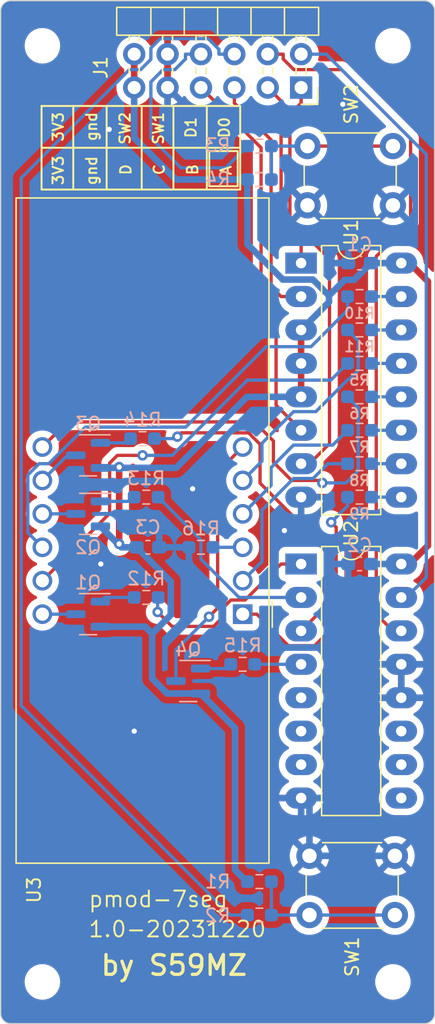
<source format=kicad_pcb>
(kicad_pcb (version 20221018) (generator pcbnew)
  (title_block (title "7-Sement Display PMOD module") (date "2023-12-17") (rev "1.0") (company "S59MZ"))
  (layers (0 "F.Cu" signal) (31 "B.Cu" signal) (34 "B.Paste" user) (35 "F.Paste" user) (36 "B.SilkS" user "B.Silkscreen") (37 "F.SilkS" user "F.Silkscreen") (38 "B.Mask" user) (39 "F.Mask" user) (44 "Edge.Cuts" user))
  (net 0 "")
  (net 1 "+3V3")
  (net 2 "GND")
  (net 3 "/bcd0")
  (net 4 "/dig0")
  (net 5 "/bcd1")
  (net 6 "/dig1")
  (net 7 "/bcd2")
  (net 8 "Net-(J1-Pin_6)")
  (net 9 "/bcd3")
  (net 10 "Net-(J1-Pin_8)")
  (net 11 "Net-(Q1-B)")
  (net 12 "/ca1")
  (net 13 "Net-(Q2-B)")
  (net 14 "/ca2")
  (net 15 "Net-(Q3-B)")
  (net 16 "/ca3")
  (net 17 "Net-(Q4-B)")
  (net 18 "/ca4")
  (net 19 "/btn1")
  (net 20 "/btn2")
  (net 21 "Net-(U3-a)")
  (net 22 "Net-(U1-~{a})")
  (net 23 "Net-(U3-b)")
  (net 24 "Net-(U1-~{b})")
  (net 25 "Net-(U3-c)")
  (net 26 "Net-(U1-~{c})")
  (net 27 "Net-(U3-d)")
  (net 28 "Net-(U1-~{d})")
  (net 29 "Net-(U3-e)")
  (net 30 "Net-(U1-~{e})")
  (net 31 "Net-(U3-f)")
  (net 32 "Net-(U1-~{f})")
  (net 33 "Net-(U3-g)")
  (net 34 "Net-(U1-~{g})")
  (net 35 "/q0")
  (net 36 "/q1")
  (net 37 "/q2")
  (net 38 "/q3")
  (net 45 "Net-(U3-DPX)")
  (footprint "MountingHole:MountingHole_2.2mm_M2" (layer "F.Cu") (at 120.015 47.625)
    (fp_text reference "H1" hide)
    (fp_text value "2")
    (pad "" np_thru_hole circle (at 0 0) (size 2.2 2.2) (drill 2.2) (layers "*.Cu" "*.Mask"))
  )
  (footprint "MountingHole:MountingHole_2.2mm_M2" (layer "F.Cu") (at 146.685 118.745)
    (fp_text reference "H4" hide)
    (fp_text value "2")
    (pad "" np_thru_hole circle (at 0 0) (size 2.2 2.2) (drill 2.2) (layers "*.Cu" "*.Mask"))
  )
  (footprint "Library:PinHeader_2x06_P2.54mm_Horizontal" (layer "F.Cu") (at 139.7 50.8 90)
    (fp_text reference "J1" (at 1.524 -15.24 90) (layer "F.SilkS"))
    (fp_text value "pmod")
    (pad "1" thru_hole rect (at 0 0 90) (size 1.7 1.7) (drill 1) (layers "*.Cu" "*.Mask") (net 3 "/bcd0"))
    (pad "2" thru_hole oval (at 2.54 0 90) (size 1.7 1.7) (drill 1) (layers "*.Cu" "*.Mask") (net 4 "/dig0"))
    (pad "3" thru_hole oval (at 0 -2.54 90) (size 1.7 1.7) (drill 1) (layers "*.Cu" "*.Mask") (net 5 "/bcd1"))
    (pad "4" thru_hole oval (at 2.54 -2.54 90) (size 1.7 1.7) (drill 1) (layers "*.Cu" "*.Mask") (net 6 "/dig1"))
    (pad "5" thru_hole oval (at 0 -5.08 90) (size 1.7 1.7) (drill 1) (layers "*.Cu" "*.Mask") (net 7 "/bcd2"))
    (pad "6" thru_hole oval (at 2.54 -5.08 90) (size 1.7 1.7) (drill 1) (layers "*.Cu" "*.Mask") (net 8 "Net-(J1-Pin_6)"))
    (pad "7" thru_hole oval (at 0 -7.62 90) (size 1.7 1.7) (drill 1) (layers "*.Cu" "*.Mask") (net 9 "/bcd3"))
    (pad "8" thru_hole oval (at 2.54 -7.62 90) (size 1.7 1.7) (drill 1) (layers "*.Cu" "*.Mask") (net 10 "Net-(J1-Pin_8)"))
    (pad "9" thru_hole oval (at 0 -10.16 90) (size 1.7 1.7) (drill 1) (layers "*.Cu" "*.Mask") (net 2 "GND"))
    (pad "10" thru_hole oval (at 2.54 -10.16 90) (size 1.7 1.7) (drill 1) (layers "*.Cu" "*.Mask") (net 2 "GND"))
    (pad "11" thru_hole oval (at 0 -12.7 90) (size 1.7 1.7) (drill 1) (layers "*.Cu" "*.Mask") (net 1 "+3V3"))
    (pad "12" thru_hole oval (at 2.54 -12.7 90) (size 1.7 1.7) (drill 1) (layers "*.Cu" "*.Mask") (net 1 "+3V3"))
  )
  (footprint "Package_DIP:DIP-16_W7.62mm_LongPads" (layer "F.Cu") (at 139.7 64.135)
    (fp_text reference "U1" (at 3.81 -2.33 90) (layer "F.SilkS"))
    (fp_text value "7447")
    (pad "1" thru_hole rect (at 0 0) (size 2.4 1.6) (drill 0.8) (layers "*.Cu" "*.Mask") (net 5 "/bcd1"))
    (pad "2" thru_hole oval (at 0 2.54) (size 2.4 1.6) (drill 0.8) (layers "*.Cu" "*.Mask") (net 7 "/bcd2"))
    (pad "3" thru_hole oval (at 0 5.08) (size 2.4 1.6) (drill 0.8) (layers "*.Cu" "*.Mask") (net 1 "+3V3"))
    (pad "4" thru_hole oval (at 0 7.62) (size 2.4 1.6) (drill 0.8) (layers "*.Cu" "*.Mask") (net 1 "+3V3"))
    (pad "5" thru_hole oval (at 0 10.16) (size 2.4 1.6) (drill 0.8) (layers "*.Cu" "*.Mask") (net 1 "+3V3"))
    (pad "6" thru_hole oval (at 0 12.7) (size 2.4 1.6) (drill 0.8) (layers "*.Cu" "*.Mask") (net 9 "/bcd3"))
    (pad "7" thru_hole oval (at 0 15.24) (size 2.4 1.6) (drill 0.8) (layers "*.Cu" "*.Mask") (net 3 "/bcd0"))
    (pad "8" thru_hole oval (at 0 17.78) (size 2.4 1.6) (drill 0.8) (layers "*.Cu" "*.Mask") (net 2 "GND"))
    (pad "9" thru_hole oval (at 7.62 17.78) (size 2.4 1.6) (drill 0.8) (layers "*.Cu" "*.Mask") (net 30 "Net-(U1-~{e})"))
    (pad "10" thru_hole oval (at 7.62 15.24) (size 2.4 1.6) (drill 0.8) (layers "*.Cu" "*.Mask") (net 28 "Net-(U1-~{d})"))
    (pad "11" thru_hole oval (at 7.62 12.7) (size 2.4 1.6) (drill 0.8) (layers "*.Cu" "*.Mask") (net 26 "Net-(U1-~{c})"))
    (pad "12" thru_hole oval (at 7.62 10.16) (size 2.4 1.6) (drill 0.8) (layers "*.Cu" "*.Mask") (net 24 "Net-(U1-~{b})"))
    (pad "13" thru_hole oval (at 7.62 7.62) (size 2.4 1.6) (drill 0.8) (layers "*.Cu" "*.Mask") (net 22 "Net-(U1-~{a})"))
    (pad "14" thru_hole oval (at 7.62 5.08) (size 2.4 1.6) (drill 0.8) (layers "*.Cu" "*.Mask") (net 34 "Net-(U1-~{g})"))
    (pad "15" thru_hole oval (at 7.62 2.54) (size 2.4 1.6) (drill 0.8) (layers "*.Cu" "*.Mask") (net 32 "Net-(U1-~{f})"))
    (pad "16" thru_hole oval (at 7.62 0) (size 2.4 1.6) (drill 0.8) (layers "*.Cu" "*.Mask") (net 1 "+3V3"))
  )
  (footprint "Display_7Segment:CA56-12CGKWA" (layer "F.Cu") (at 135.255 90.805 180)
    (fp_text reference "U3" (at 15.875 -20.955 90) (layer "F.SilkS"))
    (fp_text value "CA56-12CGKWA")
    (pad "1" thru_hole rect (at 0 0 180) (size 1.5 1.5) (drill 1) (layers "*.Cu" "*.Mask") (net 29 "Net-(U3-e)"))
    (pad "2" thru_hole circle (at 0 2.54 180) (size 1.5 1.5) (drill 1) (layers "*.Cu" "*.Mask") (net 27 "Net-(U3-d)"))
    (pad "3" thru_hole circle (at 0 5.08 180) (size 1.5 1.5) (drill 1) (layers "*.Cu" "*.Mask") (net 45 "Net-(U3-DPX)"))
    (pad "4" thru_hole circle (at 0 7.62 180) (size 1.5 1.5) (drill 1) (layers "*.Cu" "*.Mask") (net 25 "Net-(U3-c)"))
    (pad "5" thru_hole circle (at 0 10.16 180) (size 1.5 1.5) (drill 1) (layers "*.Cu" "*.Mask") (net 33 "Net-(U3-g)"))
    (pad "6" thru_hole circle (at 0 12.7 180) (size 1.5 1.5) (drill 1) (layers "*.Cu" "*.Mask") (net 18 "/ca4"))
    (pad "7" thru_hole circle (at 15.24 12.7 180) (size 1.5 1.5) (drill 1) (layers "*.Cu" "*.Mask") (net 23 "Net-(U3-b)"))
    (pad "8" thru_hole circle (at 15.24 10.16 180) (size 1.5 1.5) (drill 1) (layers "*.Cu" "*.Mask") (net 16 "/ca3"))
    (pad "9" thru_hole circle (at 15.24 7.62 180) (size 1.5 1.5) (drill 1) (layers "*.Cu" "*.Mask") (net 14 "/ca2"))
    (pad "10" thru_hole circle (at 15.24 5.08 180) (size 1.5 1.5) (drill 1) (layers "*.Cu" "*.Mask") (net 31 "Net-(U3-f)"))
    (pad "11" thru_hole circle (at 15.24 2.54 180) (size 1.5 1.5) (drill 1) (layers "*.Cu" "*.Mask") (net 21 "Net-(U3-a)"))
    (pad "12" thru_hole circle (at 15.24 0 180) (size 1.5 1.5) (drill 1) (layers "*.Cu" "*.Mask") (net 12 "/ca1"))
  )
  (footprint "Button_Switch_THT:SW_PUSH_6mm" (layer "F.Cu") (at 140.185 55.245)
    (fp_text reference "SW2" (at 3.325 -3.175 90) (layer "F.SilkS"))
    (fp_text value "BTN2")
    (pad "1" thru_hole circle (at 0 0 90) (size 2 2) (drill 1.1) (layers "*.Cu" "*.Mask") (net 20 "/btn2"))
    (pad "1" thru_hole circle (at 6.5 0 90) (size 2 2) (drill 1.1) (layers "*.Cu" "*.Mask") (net 20 "/btn2"))
    (pad "2" thru_hole circle (at 0 4.5 90) (size 2 2) (drill 1.1) (layers "*.Cu" "*.Mask") (net 2 "GND"))
    (pad "2" thru_hole circle (at 6.5 4.5 90) (size 2 2) (drill 1.1) (layers "*.Cu" "*.Mask") (net 2 "GND"))
  )
  (footprint "Button_Switch_THT:SW_PUSH_6mm" (layer "F.Cu") (at 146.835 113.665 180)
    (fp_text reference "SW1" (at 3.25 -3.175 90) (layer "F.SilkS"))
    (fp_text value "BTN1")
    (pad "1" thru_hole circle (at 0 0 270) (size 2 2) (drill 1.1) (layers "*.Cu" "*.Mask") (net 19 "/btn1"))
    (pad "1" thru_hole circle (at 6.5 0 270) (size 2 2) (drill 1.1) (layers "*.Cu" "*.Mask") (net 19 "/btn1"))
    (pad "2" thru_hole circle (at 0 4.5 270) (size 2 2) (drill 1.1) (layers "*.Cu" "*.Mask") (net 2 "GND"))
    (pad "2" thru_hole circle (at 6.5 4.5 270) (size 2 2) (drill 1.1) (layers "*.Cu" "*.Mask") (net 2 "GND"))
  )
  (footprint "MountingHole:MountingHole_2.2mm_M2" (layer "F.Cu") (at 120.015 118.745)
    (fp_text reference "H3" hide)
    (fp_text value "2")
    (pad "" np_thru_hole circle (at 0 0) (size 2.2 2.2) (drill 2.2) (layers "*.Cu" "*.Mask"))
  )
  (footprint "Package_DIP:DIP-16_W7.62mm_LongPads" (layer "F.Cu") (at 139.7 86.995)
    (fp_text reference "U2" (at 3.81 -2.33 90) (layer "F.SilkS"))
    (fp_text value "7442")
    (pad "1" thru_hole rect (at 0 0) (size 2.4 1.6) (drill 0.8) (layers "*.Cu" "*.Mask") (net 35 "/q0"))
    (pad "2" thru_hole oval (at 0 2.54) (size 2.4 1.6) (drill 0.8) (layers "*.Cu" "*.Mask") (net 36 "/q1"))
    (pad "3" thru_hole oval (at 0 5.08) (size 2.4 1.6) (drill 0.8) (layers "*.Cu" "*.Mask") (net 37 "/q2"))
    (pad "4" thru_hole oval (at 0 7.62) (size 2.4 1.6) (drill 0.8) (layers "*.Cu" "*.Mask") (net 38 "/q3"))
    (pad "5" thru_hole oval (at 0 10.16) (size 2.4 1.6) (drill 0.8) (layers "*.Cu" "*.Mask"))
    (pad "6" thru_hole oval (at 0 12.7) (size 2.4 1.6) (drill 0.8) (layers "*.Cu" "*.Mask"))
    (pad "7" thru_hole oval (at 0 15.24) (size 2.4 1.6) (drill 0.8) (layers "*.Cu" "*.Mask"))
    (pad "8" thru_hole oval (at 0 17.78) (size 2.4 1.6) (drill 0.8) (layers "*.Cu" "*.Mask") (net 2 "GND"))
    (pad "9" thru_hole oval (at 7.62 17.78) (size 2.4 1.6) (drill 0.8) (layers "*.Cu" "*.Mask"))
    (pad "10" thru_hole oval (at 7.62 15.24) (size 2.4 1.6) (drill 0.8) (layers "*.Cu" "*.Mask"))
    (pad "11" thru_hole oval (at 7.62 12.7) (size 2.4 1.6) (drill 0.8) (layers "*.Cu" "*.Mask"))
    (pad "12" thru_hole oval (at 7.62 10.16) (size 2.4 1.6) (drill 0.8) (layers "*.Cu" "*.Mask") (net 2 "GND"))
    (pad "13" thru_hole oval (at 7.62 7.62) (size 2.4 1.6) (drill 0.8) (layers "*.Cu" "*.Mask") (net 2 "GND"))
    (pad "14" thru_hole oval (at 7.62 5.08) (size 2.4 1.6) (drill 0.8) (layers "*.Cu" "*.Mask") (net 6 "/dig1"))
    (pad "15" thru_hole oval (at 7.62 2.54) (size 2.4 1.6) (drill 0.8) (layers "*.Cu" "*.Mask") (net 4 "/dig0"))
    (pad "16" thru_hole oval (at 7.62 0) (size 2.4 1.6) (drill 0.8) (layers "*.Cu" "*.Mask") (net 1 "+3V3"))
  )
  (footprint "MountingHole:MountingHole_2.2mm_M2" (layer "F.Cu") (at 146.685 47.625)
    (fp_text reference "H2" hide)
    (fp_text value "2")
    (pad "" np_thru_hole circle (at 0 0) (size 2.2 2.2) (drill 2.2) (layers "*.Cu" "*.Mask"))
  )
  (footprint "Resistor_SMD:R_0603_1608Metric_Pad0.98x0.95mm_HandSolder" (layer "B.Cu") (at 144.145 71.755)
    (fp_text reference "R5" (at 0 1.27) (layer "B.SilkS") (effects (font (size 0.8 0.8)) (justify mirror)))
    (fp_text value "100")
    (pad "1" smd roundrect (at -0.9125 0) (size 0.975 0.95) (layers "B.Cu" "B.Paste" "B.Mask") (net 21 "Net-(U3-a)"))
    (pad "2" smd roundrect (at 0.9125 0) (size 0.975 0.95) (layers "B.Cu" "B.Paste" "B.Mask") (net 22 "Net-(U1-~{a})"))
  )
  (footprint "Resistor_SMD:R_0603_1608Metric_Pad0.98x0.95mm_HandSolder" (layer "B.Cu") (at 136.525 55.245)
    (fp_text reference "R3" (at -3.175 -0.06) (layer "B.SilkS") (effects (justify mirror)))
    (fp_text value "4k7")
    (pad "1" smd roundrect (at -0.9125 0) (size 0.975 0.95) (layers "B.Cu" "B.Paste" "B.Mask") (net 10 "Net-(J1-Pin_8)"))
    (pad "2" smd roundrect (at 0.9125 0) (size 0.975 0.95) (layers "B.Cu" "B.Paste" "B.Mask") (net 20 "/btn2"))
  )
  (footprint "Resistor_SMD:R_0603_1608Metric_Pad0.98x0.95mm_HandSolder" (layer "B.Cu") (at 136.525 113.665)
    (fp_text reference "R2" (at -3.175 0.03) (layer "B.SilkS") (effects (justify mirror)))
    (fp_text value "4k7")
    (pad "1" smd roundrect (at -0.9125 0) (size 0.975 0.95) (layers "B.Cu" "B.Paste" "B.Mask") (net 8 "Net-(J1-Pin_6)"))
    (pad "2" smd roundrect (at 0.9125 0) (size 0.975 0.95) (layers "B.Cu" "B.Paste" "B.Mask") (net 19 "/btn1"))
  )
  (footprint "Resistor_SMD:R_0603_1608Metric_Pad0.98x0.95mm_HandSolder" (layer "B.Cu") (at 144.145 76.835)
    (fp_text reference "R7" (at 0 1.27) (layer "B.SilkS") (effects (font (size 0.8 0.8)) (justify mirror)))
    (fp_text value "100")
    (pad "1" smd roundrect (at -0.9125 0) (size 0.975 0.95) (layers "B.Cu" "B.Paste" "B.Mask") (net 25 "Net-(U3-c)"))
    (pad "2" smd roundrect (at 0.9125 0) (size 0.975 0.95) (layers "B.Cu" "B.Paste" "B.Mask") (net 26 "Net-(U1-~{c})"))
  )
  (footprint "Package_TO_SOT_SMD:SOT-23" (layer "B.Cu") (at 131.1125 95.885 180)
    (fp_text reference "Q4" (at 0 2.4) (layer "B.SilkS") (effects (justify mirror)))
    (fp_text value "MMBT3906")
    (pad "1" smd roundrect (at -0.9375 0.95 180) (size 1.475 0.6) (layers "B.Cu" "B.Paste" "B.Mask") (net 17 "Net-(Q4-B)"))
    (pad "2" smd roundrect (at -0.9375 -0.95 180) (size 1.475 0.6) (layers "B.Cu" "B.Paste" "B.Mask") (net 1 "+3V3"))
    (pad "3" smd roundrect (at 0.9375 0 180) (size 1.475 0.6) (layers "B.Cu" "B.Paste" "B.Mask") (net 18 "/ca4"))
  )
  (footprint "Resistor_SMD:R_0603_1608Metric_Pad0.98x0.95mm_HandSolder" (layer "B.Cu") (at 127.9125 81.915 180)
    (fp_text reference "R13" (at 0 1.43) (layer "B.SilkS") (effects (justify mirror)))
    (fp_text value "1k")
    (pad "1" smd roundrect (at -0.9125 0 180) (size 0.975 0.95) (layers "B.Cu" "B.Paste" "B.Mask") (net 36 "/q1"))
    (pad "2" smd roundrect (at 0.9125 0 180) (size 0.975 0.95) (layers "B.Cu" "B.Paste" "B.Mask") (net 13 "Net-(Q2-B)"))
  )
  (footprint "Resistor_SMD:R_0603_1608Metric_Pad0.98x0.95mm_HandSolder" (layer "B.Cu") (at 144.145 66.675)
    (fp_text reference "R10" (at 0 1.27) (layer "B.SilkS") (effects (font (size 0.8 0.8)) (justify mirror)))
    (fp_text value "100")
    (pad "1" smd roundrect (at -0.9125 0) (size 0.975 0.95) (layers "B.Cu" "B.Paste" "B.Mask") (net 31 "Net-(U3-f)"))
    (pad "2" smd roundrect (at 0.9125 0) (size 0.975 0.95) (layers "B.Cu" "B.Paste" "B.Mask") (net 32 "Net-(U1-~{f})"))
  )
  (footprint "Resistor_SMD:R_0603_1608Metric_Pad0.98x0.95mm_HandSolder" (layer "B.Cu") (at 127.9125 89.535 180)
    (fp_text reference "R12" (at 0 1.43) (layer "B.SilkS") (effects (justify mirror)))
    (fp_text value "1k")
    (pad "1" smd roundrect (at -0.9125 0 180) (size 0.975 0.95) (layers "B.Cu" "B.Paste" "B.Mask") (net 35 "/q0"))
    (pad "2" smd roundrect (at 0.9125 0 180) (size 0.975 0.95) (layers "B.Cu" "B.Paste" "B.Mask") (net 11 "Net-(Q1-B)"))
  )
  (footprint "Package_TO_SOT_SMD:SOT-23" (layer "B.Cu") (at 123.4925 83.185 180)
    (fp_text reference "Q2" (at 0 -2.54) (layer "B.SilkS") (effects (justify mirror)))
    (fp_text value "MMBT3906")
    (pad "1" smd roundrect (at -0.9375 0.95 180) (size 1.475 0.6) (layers "B.Cu" "B.Paste" "B.Mask") (net 13 "Net-(Q2-B)"))
    (pad "2" smd roundrect (at -0.9375 -0.95 180) (size 1.475 0.6) (layers "B.Cu" "B.Paste" "B.Mask") (net 1 "+3V3"))
    (pad "3" smd roundrect (at 0.9375 0 180) (size 1.475 0.6) (layers "B.Cu" "B.Paste" "B.Mask") (net 14 "/ca2"))
  )
  (footprint "Capacitor_SMD:C_0603_1608Metric_Pad1.08x0.95mm_HandSolder" (layer "B.Cu") (at 144.145 64.135 180)
    (fp_text reference "C1" (at 0 1.43) (layer "B.SilkS") (effects (justify mirror)))
    (fp_text value "100n")
    (pad "1" smd roundrect (at -0.8625 0 180) (size 1.075 0.95) (layers "B.Cu" "B.Paste" "B.Mask") (net 1 "+3V3"))
    (pad "2" smd roundrect (at 0.8625 0 180) (size 1.075 0.95) (layers "B.Cu" "B.Paste" "B.Mask") (net 2 "GND"))
  )
  (footprint "Resistor_SMD:R_0603_1608Metric_Pad0.98x0.95mm_HandSolder" (layer "B.Cu") (at 135.255 94.615 180)
    (fp_text reference "R15" (at 0 1.43) (layer "B.SilkS") (effects (justify mirror)))
    (fp_text value "1k")
    (pad "1" smd roundrect (at -0.9125 0 180) (size 0.975 0.95) (layers "B.Cu" "B.Paste" "B.Mask") (net 38 "/q3"))
    (pad "2" smd roundrect (at 0.9125 0 180) (size 0.975 0.95) (layers "B.Cu" "B.Paste" "B.Mask") (net 17 "Net-(Q4-B)"))
  )
  (footprint "Resistor_SMD:R_0603_1608Metric_Pad0.98x0.95mm_HandSolder" (layer "B.Cu") (at 136.525 111.125)
    (fp_text reference "R1" (at -3.175 0) (layer "B.SilkS") (effects (justify mirror)))
    (fp_text value "4k7")
    (pad "1" smd roundrect (at -0.9125 0) (size 0.975 0.95) (layers "B.Cu" "B.Paste" "B.Mask") (net 1 "+3V3"))
    (pad "2" smd roundrect (at 0.9125 0) (size 0.975 0.95) (layers "B.Cu" "B.Paste" "B.Mask") (net 19 "/btn1"))
  )
  (footprint "Capacitor_SMD:C_0603_1608Metric_Pad1.08x0.95mm_HandSolder" (layer "B.Cu") (at 128.0425 85.725)
    (fp_text reference "C3" (at 0 -1.524) (layer "B.SilkS") (effects (justify mirror)))
    (fp_text value "100n")
    (pad "1" smd roundrect (at -0.8625 0) (size 1.075 0.95) (layers "B.Cu" "B.Paste" "B.Mask") (net 1 "+3V3"))
    (pad "2" smd roundrect (at 0.8625 0) (size 1.075 0.95) (layers "B.Cu" "B.Paste" "B.Mask") (net 2 "GND"))
  )
  (footprint "Package_TO_SOT_SMD:SOT-23" (layer "B.Cu") (at 123.4925 90.805 180)
    (fp_text reference "Q1" (at 0 2.4) (layer "B.SilkS") (effects (justify mirror)))
    (fp_text value "MMBT3906")
    (pad "1" smd roundrect (at -0.9375 0.95 180) (size 1.475 0.6) (layers "B.Cu" "B.Paste" "B.Mask") (net 11 "Net-(Q1-B)"))
    (pad "2" smd roundrect (at -0.9375 -0.95 180) (size 1.475 0.6) (layers "B.Cu" "B.Paste" "B.Mask") (net 1 "+3V3"))
    (pad "3" smd roundrect (at 0.9375 0 180) (size 1.475 0.6) (layers "B.Cu" "B.Paste" "B.Mask") (net 12 "/ca1"))
  )
  (footprint "Resistor_SMD:R_0603_1608Metric_Pad0.98x0.95mm_HandSolder" (layer "B.Cu") (at 127.635 77.47 180)
    (fp_text reference "R14" (at 0 1.43) (layer "B.SilkS") (effects (justify mirror)))
    (fp_text value "1k")
    (pad "1" smd roundrect (at -0.9125 0 180) (size 0.975 0.95) (layers "B.Cu" "B.Paste" "B.Mask") (net 37 "/q2"))
    (pad "2" smd roundrect (at 0.9125 0 180) (size 0.975 0.95) (layers "B.Cu" "B.Paste" "B.Mask") (net 15 "Net-(Q3-B)"))
  )
  (footprint "Resistor_SMD:R_0603_1608Metric_Pad0.98x0.95mm_HandSolder" (layer "B.Cu") (at 144.145 74.295)
    (fp_text reference "R6" (at 0 1.27) (layer "B.SilkS") (effects (font (size 0.8 0.8)) (justify mirror)))
    (fp_text value "100")
    (pad "1" smd roundrect (at -0.9125 0) (size 0.975 0.95) (layers "B.Cu" "B.Paste" "B.Mask") (net 23 "Net-(U3-b)"))
    (pad "2" smd roundrect (at 0.9125 0) (size 0.975 0.95) (layers "B.Cu" "B.Paste" "B.Mask") (net 24 "Net-(U1-~{b})"))
  )
  (footprint "Resistor_SMD:R_0603_1608Metric_Pad0.98x0.95mm_HandSolder" (layer "B.Cu") (at 144.145 69.215)
    (fp_text reference "R11" (at 0 1.27) (layer "B.SilkS") (effects (font (size 0.8 0.8)) (justify mirror)))
    (fp_text value "100")
    (pad "1" smd roundrect (at -0.9125 0) (size 0.975 0.95) (layers "B.Cu" "B.Paste" "B.Mask") (net 33 "Net-(U3-g)"))
    (pad "2" smd roundrect (at 0.9125 0) (size 0.975 0.95) (layers "B.Cu" "B.Paste" "B.Mask") (net 34 "Net-(U1-~{g})"))
  )
  (footprint "Resistor_SMD:R_0603_1608Metric_Pad0.98x0.95mm_HandSolder" (layer "B.Cu") (at 136.525 57.785)
    (fp_text reference "R4" (at -3.175 -0.03) (layer "B.SilkS") (effects (justify mirror)))
    (fp_text value "4k7")
    (pad "1" smd roundrect (at -0.9125 0) (size 0.975 0.95) (layers "B.Cu" "B.Paste" "B.Mask") (net 1 "+3V3"))
    (pad "2" smd roundrect (at 0.9125 0) (size 0.975 0.95) (layers "B.Cu" "B.Paste" "B.Mask") (net 20 "/btn2"))
  )
  (footprint "Resistor_SMD:R_0603_1608Metric_Pad0.98x0.95mm_HandSolder" (layer "B.Cu") (at 144.145 81.915)
    (fp_text reference "R9" (at 0 1.27) (layer "B.SilkS") (effects (font (size 0.8 0.8)) (justify mirror)))
    (fp_text value "100")
    (pad "1" smd roundrect (at -0.9125 0) (size 0.975 0.95) (layers "B.Cu" "B.Paste" "B.Mask") (net 29 "Net-(U3-e)"))
    (pad "2" smd roundrect (at 0.9125 0) (size 0.975 0.95) (layers "B.Cu" "B.Paste" "B.Mask") (net 30 "Net-(U1-~{e})"))
  )
  (footprint "Package_TO_SOT_SMD:SOT-23" (layer "B.Cu") (at 123.4925 78.74 180)
    (fp_text reference "Q3" (at 0 2.4) (layer "B.SilkS") (effects (justify mirror)))
    (fp_text value "MMBT3906")
    (pad "1" smd roundrect (at -0.9375 0.95 180) (size 1.475 0.6) (layers "B.Cu" "B.Paste" "B.Mask") (net 15 "Net-(Q3-B)"))
    (pad "2" smd roundrect (at -0.9375 -0.95 180) (size 1.475 0.6) (layers "B.Cu" "B.Paste" "B.Mask") (net 1 "+3V3"))
    (pad "3" smd roundrect (at 0.9375 0 180) (size 1.475 0.6) (layers "B.Cu" "B.Paste" "B.Mask") (net 16 "/ca3"))
  )
  (footprint "Resistor_SMD:R_0603_1608Metric_Pad0.98x0.95mm_HandSolder" (layer "B.Cu") (at 132.08 85.725 180)
    (fp_text reference "R16" (at 0 1.43) (layer "B.SilkS") (effects (justify mirror)))
    (fp_text value "100")
    (pad "1" smd roundrect (at -0.9125 0 180) (size 0.975 0.95) (layers "B.Cu" "B.Paste" "B.Mask") (net 45 "Net-(U3-DPX)"))
    (pad "2" smd roundrect (at 0.9125 0 180) (size 0.975 0.95) (layers "B.Cu" "B.Paste" "B.Mask") (net 2 "GND"))
  )
  (footprint "Resistor_SMD:R_0603_1608Metric_Pad0.98x0.95mm_HandSolder" (layer "B.Cu") (at 144.145 79.375)
    (fp_text reference "R8" (at 0 1.27) (layer "B.SilkS") (effects (font (size 0.8 0.8)) (justify mirror)))
    (fp_text value "100")
    (pad "1" smd roundrect (at -0.9125 0) (size 0.975 0.95) (layers "B.Cu" "B.Paste" "B.Mask") (net 27 "Net-(U3-d)"))
    (pad "2" smd roundrect (at 0.9125 0) (size 0.975 0.95) (layers "B.Cu" "B.Paste" "B.Mask") (net 28 "Net-(U1-~{d})"))
  )
  (footprint "Capacitor_SMD:C_0603_1608Metric_Pad1.08x0.95mm_HandSolder" (layer "B.Cu") (at 144.145 86.995 180)
    (fp_text reference "C2" (at 0 1.43) (layer "B.SilkS") (effects (justify mirror)))
    (fp_text value "100n")
    (pad "1" smd roundrect (at -0.8625 0 180) (size 1.075 0.95) (layers "B.Cu" "B.Paste" "B.Mask") (net 1 "+3V3"))
    (pad "2" smd roundrect (at 0.8625 0 180) (size 1.075 0.95) (layers "B.Cu" "B.Paste" "B.Mask") (net 2 "GND"))
  )
  (gr_line (start 122.3645 52.197) (end 122.3645 58.547) (stroke (width 0.15)) (layer "F.SilkS"))
  (gr_line (start 129.9845 52.197) (end 129.9845 58.547) (stroke (width 0.15)) (layer "F.SilkS"))
  (gr_rect (start 132.715 55.626) (end 134.874 58.293) (stroke (width 0.15)) (fill none) (layer "F.SilkS"))
  (gr_line (start 132.5245 52.197) (end 132.5245 58.547) (stroke (width 0.15)) (layer "F.SilkS"))
  (gr_line (start 127.5715 52.197) (end 127.5715 58.547) (stroke (width 0.15)) (layer "F.SilkS"))
  (gr_line (start 119.9515 55.372) (end 135.0645 55.372) (stroke (width 0.15)) (layer "F.SilkS"))
  (gr_rect (start 119.9515 52.197) (end 135.0645 58.547) (stroke (width 0.15)) (fill none) (layer "F.SilkS"))
  (gr_line (start 124.9045 52.197) (end 124.9045 58.547) (stroke (width 0.15)) (layer "F.SilkS"))
  (gr_line (start 149.86 121.158) (end 149.86 44.958) (stroke (width 0.1)) (layer "Edge.Cuts"))
  (gr_arc (start 116.84 44.958) (mid 117.063185 44.419185) (end 117.602 44.196) (stroke (width 0.1)) (layer "Edge.Cuts"))
  (gr_arc (start 149.86 121.158) (mid 149.636815 121.696815) (end 149.098 121.92) (stroke (width 0.1)) (layer "Edge.Cuts"))
  (gr_line (start 117.602 121.92) (end 149.098 121.92) (stroke (width 0.1)) (layer "Edge.Cuts"))
  (gr_line (start 116.84 44.958) (end 116.84 121.158) (stroke (width 0.1)) (layer "Edge.Cuts"))
  (gr_arc (start 149.098 44.196) (mid 149.636815 44.419185) (end 149.86 44.958) (stroke (width 0.1)) (layer "Edge.Cuts"))
  (gr_arc (start 117.602 121.92) (mid 117.063185 121.696815) (end 116.84 121.158) (stroke (width 0.1)) (layer "Edge.Cuts"))
  (gr_line (start 149.098 44.196) (end 117.602 44.196) (stroke (width 0.1)) (layer "Edge.Cuts"))
  (gr_text "B" (at 131.445 57.531 90) (layer "F.SilkS") (effects (font (size 0.8 0.8)) (justify left)))
  (gr_text "SW2" (at 126.3015 52.578 90) (layer "F.SilkS") (effects (font (size 0.8 0.8)) (justify right)))
  (gr_text "gnd" (at 123.7615 52.578 90) (layer "F.SilkS") (effects (font (size 0.8 0.8)) (justify right)))
  (gr_text "C" (at 128.905 57.531 90) (layer "F.SilkS") (effects (font (size 0.8 0.8)) (justify left)))
  (gr_text "1.0-20231220" (at 123.444 115.443) (layer "F.SilkS") (effects (font (size 1.2 1.2)) (justify left bottom)))
  (gr_text "pmod-7seg" (at 123.444 113.157) (layer "F.SilkS") (effects (font (size 1.2 1.2)) (justify left bottom)))
  (gr_text "3V3" (at 121.2215 58.293 90) (layer "F.SilkS") (effects (font (size 0.8 0.8)) (justify left)))
  (gr_text "A" (at 133.985 57.531 90) (layer "F.SilkS") (effects (font (size 0.8 0.8)) (justify left)))
  (gr_text "gnd" (at 123.7615 58.293 90) (layer "F.SilkS") (effects (font (size 0.8 0.8)) (justify left)))
  (gr_text "D0" (at 133.858 52.959 90) (layer "F.SilkS") (effects (font (size 0.8 0.8)) (justify right)))
  (gr_text "3V3" (at 121.2215 52.578 90) (layer "F.SilkS") (effects (font (size 0.8 0.8)) (justify right)))
  (gr_text "D1" (at 131.318 52.959 90) (layer "F.SilkS") (effects (font (size 0.8 0.8)) (justify right)))
  (gr_text "SW1" (at 128.8415 52.578 90) (layer "F.SilkS") (effects (font (size 0.8 0.8)) (justify right)))
  (gr_text "D" (at 126.365 57.531 90) (layer "F.SilkS") (effects (font (size 0.8 0.8)) (justify left)))
  (gr_text "by S59MZ" (at 124.333 118.364) (layer "F.SilkS") (effects (font (size 1.5 1.5) (thickness 0.25) bold) (justify left bottom)))
  (segment (start 147.955 64.135) (end 147.32 64.135) (width 0.5) (layer "F.Cu") (net 1))
  (segment (start 125.857 79.629) (end 125.857 85.471) (width 0.5) (layer "F.Cu") (net 1))
  (segment (start 139.7 69.215) (end 139.7 71.755) (width 0.5) (layer "F.Cu") (net 1))
  (segment (start 139.7 71.755) (end 139.7 74.295) (width 0.5) (layer "F.Cu") (net 1))
  (segment (start 149.352 85.598) (end 149.352 65.532) (width 0.5) (layer "F.Cu") (net 1))
  (segment (start 127 48.26) (end 127 50.8) (width 0.5) (layer "F.Cu") (net 1))
  (segment (start 147.955 86.995) (end 149.352 85.598) (width 0.5) (layer "F.Cu") (net 1))
  (segment (start 147.32 86.995) (end 147.955 86.995) (width 0.5) (layer "F.Cu") (net 1))
  (segment (start 149.352 65.532) (end 147.955 64.135) (width 0.5) (layer "F.Cu") (net 1))
  (via (at 125.857 79.629) (size 0.8) (drill 0.4) (layers "F.Cu" "B.Cu") (net 1))
  (via (at 125.857 85.471) (size 0.8) (drill 0.4) (layers "F.Cu" "B.Cu") (net 1))
  (segment (start 127.18 85.725) (end 126.02 85.725) (width 0.5) (layer "B.Cu") (net 1))
  (segment (start 132.05 96.835) (end 129.51 96.835) (width 0.5) (layer "B.Cu") (net 1))
  (segment (start 145.0075 64.135) (end 143.7375 65.405) (width 0.5) (layer "B.Cu") (net 1))
  (segment (start 143.7375 65.405) (end 143.0203 65.405) (width 0.5) (layer "B.Cu") (net 1))
  (segment (start 138.3016 65.3854) (end 140.5993 65.3854) (width 0.5) (layer "B.Cu") (net 1))
  (segment (start 125.857 85.471) (end 125.766 85.471) (width 0.5) (layer "B.Cu") (net 1))
  (segment (start 130.175 57.785) (end 135.6125 57.785) (width 0.5) (layer "B.Cu") (net 1))
  (segment (start 128.3692 92.2799) (end 129.7839 90.8652) (width 0.5) (layer "B.Cu") (net 1))
  (segment (start 141.8196 66.6057) (end 141.8196 67.0954) (width 0.5) (layer "B.Cu") (net 1))
  (segment (start 140.5993 65.3854) (end 141.8196 66.6057) (width 0.5) (layer "B.Cu") (net 1))
  (segment (start 129.7839 90.8652) (end 129.7839 88.3289) (width 0.5) (layer "B.Cu") (net 1))
  (segment (start 125.857 79.629) (end 125.918 79.69) (width 0.5) (layer "B.Cu") (net 1))
  (segment (start 129.7839 88.3289) (end 127.18 85.725) (width 0.5) (layer "B.Cu") (net 1))
  (segment (start 126.02 85.725) (end 125.857 85.562) (width 0.5) (layer "B.Cu") (net 1))
  (segment (start 125.857 85.562) (end 125.857 85.471) (width 0.5) (layer "B.Cu") (net 1))
  (segment (start 147.32 64.135) (end 145.6697 64.135) (width 0.5) (layer "B.Cu") (net 1))
  (segment (start 135.6125 111.125) (end 135.5627 111.125) (width 0.5) (layer "B.Cu") (net 1))
  (segment (start 125.918 79.69) (end 130.193 79.69) (width 0.5) (layer "B.Cu") (net 1))
  (segment (start 130.193 79.69) (end 135.588 74.295) (width 0.5) (layer "B.Cu") (net 1))
  (segment (start 143.0203 65.405) (end 141.8196 66.6057) (width 0.5) (layer "B.Cu") (net 1))
  (segment (start 134.6737 99.4587) (end 132.05 96.835) (width 0.5) (layer "B.Cu") (net 1))
  (segment (start 135.6125 62.6963) (end 138.3016 65.3854) (width 0.5) (layer "B.Cu") (net 1))
  (segment (start 134.6737 110.236) (end 134.6737 99.4587) (width 0.5) (layer "B.Cu") (net 1))
  (segment (start 124.43 79.69) (end 125.796 79.69) (width 0.5) (layer "B.Cu") (net 1))
  (segment (start 129.51 96.835) (end 128.3692 95.6942) (width 0.5) (layer "B.Cu") (net 1))
  (segment (start 128.3692 95.6942) (end 128.3692 92.2799) (width 0.5) (layer "B.Cu") (net 1))
  (segment (start 141.8196 67.0954) (end 139.7 69.215) (width 0.5) (layer "B.Cu") (net 1))
  (segment (start 125.796 79.69) (end 125.857 79.629) (width 0.5) (layer "B.Cu") (net 1))
  (segment (start 125.766 85.471) (end 124.43 84.135) (width 0.5) (layer "B.Cu") (net 1))
  (segment (start 135.5627 111.125) (end 134.6737 110.236) (width 0.5) (layer "B.Cu") (net 1))
  (segment (start 127 50.8) (end 127 54.61) (width 0.5) (layer "B.Cu") (net 1))
  (segment (start 127 54.61) (end 130.175 57.785) (width 0.5) (layer "B.Cu") (net 1))
  (segment (start 145.6696 86.995) (end 147.32 86.995) (width 0.5) (layer "B.Cu") (net 1))
  (segment (start 135.588 74.295) (end 139.7 74.295) (width 0.5) (layer "B.Cu") (net 1))
  (segment (start 145.0075 86.995) (end 145.6696 86.995) (width 0.5) (layer "B.Cu") (net 1))
  (segment (start 127.8443 91.755) (end 128.3692 92.2799) (width 0.5) (layer "B.Cu") (net 1))
  (segment (start 145.0075 64.135) (end 145.6697 64.135) (width 0.5) (layer "B.Cu") (net 1))
  (segment (start 135.6125 57.785) (end 135.6125 62.6963) (width 0.5) (layer "B.Cu") (net 1))
  (segment (start 124.43 91.755) (end 127.8443 91.755) (width 0.5) (layer "B.Cu") (net 1))
  (segment (start 129.54 48.26) (end 129.54 50.8) (width 0.5) (layer "F.Cu") (net 2))
  (segment (start 139.7 81.915) (end 143.256 81.915) (width 0.5) (layer "F.Cu") (net 2))
  (segment (start 143.256 81.915) (end 143.256 63.174) (width 0.5) (layer "F.Cu") (net 2))
  (segment (start 143.256 63.174) (end 146.685 59.745) (width 0.5) (layer "F.Cu") (net 2))
  (segment (start 147.32 94.615) (end 147.32 97.155) (width 0.5) (layer "F.Cu") (net 2))
  (via (at 127 99.695) (size 0.8) (drill 0.4) (layers "F.Cu" "B.Cu") (net 2))
  (via (at 125.095 53.975) (size 0.8) (drill 0.4) (layers "F.Cu" "B.Cu") (net 2))
  (via (at 124.46 86.995) (size 0.8) (drill 0.4) (layers "F.Cu" "B.Cu") (net 2))
  (via (at 138.43 84.455) (size 0.8) (drill 0.4) (layers "F.Cu" "B.Cu") (net 2))
  (via (at 131.445 81.28) (size 0.8) (drill 0.4) (layers "F.Cu" "B.Cu") (net 2))
  (via (at 142.875 52.07) (size 0.8) (drill 0.4) (layers "F.Cu" "B.Cu") (net 2))
  (segment (start 133.6533 91.4182) (end 135.5801 93.345) (width 0.5) (layer "B.Cu") (net 2))
  (segment (start 131.6922 52.9522) (end 129.54 50.8) (width 0.5) (layer "B.Cu") (net 2))
  (segment (start 143.2825 92.9905) (end 144.907 94.615) (width 0.5) (layer "B.Cu") (net 2))
  (segment (start 140.335 105.41) (end 139.7 104.775) (width 0.5) (layer "B.Cu") (net 2))
  (segment (start 144.907 94.615) (end 147.32 94.615) (width 0.5) (layer "B.Cu") (net 2))
  (segment (start 128.905 85.725) (end 131.1675 85.725) (width 0.5) (layer "B.Cu") (net 2))
  (segment (start 135.5801 93.345) (end 142.1653 93.345) (width 0.5) (layer "B.Cu") (net 2))
  (segment (start 133.6533 90.4394) (end 133.6533 91.4182) (width 0.5) (layer "B.Cu") (net 2))
  (segment (start 142.494 54.356) (end 141.0902 52.9522) (width 0.5) (layer "B.Cu") (net 2))
  (segment (start 131.1675 85.725) (end 131.1675 87.9536) (width 0.5) (layer "B.Cu") (net 2))
  (segment (start 144.3377 62.0923) (end 144.0327 62.0923) (width 0.5) (layer "B.Cu") (net 2))
  (segment (start 144.78 97.155) (end 144.78 101.3453) (width 0.5) (layer "B.Cu") (net 2))
  (segment (start 140.97 85.09) (end 141.732 85.852) (width 0.5) (layer "B.Cu") (net 2))
  (segment (start 142.494 61.976) (end 142.494 54.356) (width 0.5) (layer "B.Cu") (net 2))
  (segment (start 144.0327 62.0923) (end 143.2825 62.8425) (width 0.5) (layer "B.Cu") (net 2))
  (segment (start 142.6103 62.0923) (end 142.494 61.976) (width 0.5) (layer "B.Cu") (net 2))
  (segment (start 141.0902 52.9522) (end 131.6922 52.9522) (width 0.5) (layer "B.Cu") (net 2))
  (segment (start 139.7 81.915) (end 139.7 85.09) (width 0.5) (layer "B.Cu") (net 2))
  (segment (start 142.1653 93.345) (end 143.2825 92.2278) (width 0.5) (layer "B.Cu") (net 2))
  (segment (start 131.1675 87.9536) (end 133.6533 90.4394) (width 0.5) (layer "B.Cu") (net 2))
  (segment (start 141.908 61.468) (end 140.185 59.745) (width 0.5) (layer "B.Cu") (net 2))
  (segment (start 141.732 86.614) (end 142.113 86.995) (width 0.5) (layer "B.Cu") (net 2))
  (segment (start 146.835 109.165) (end 140.335 109.165) (width 0.5) (layer "B.Cu") (net 2))
  (segment (start 144.78 101.3453) (end 141.3503 104.775) (width 0.5) (layer "B.Cu") (net 2))
  (segment (start 141.732 85.852) (end 141.732 86.614) (width 0.5) (layer "B.Cu") (net 2))
  (segment (start 144.0327 62.0923) (end 142.6103 62.0923) (width 0.5) (layer "B.Cu") (net 2))
  (segment (start 142.113 86.995) (end 143.2825 86.995) (width 0.5) (layer "B.Cu") (net 2))
  (segment (start 146.685 59.745) (end 144.3377 62.0923) (width 0.5) (layer "B.Cu") (net 2))
  (segment (start 143.2825 86.995) (end 143.2825 92.2278) (width 0.5) (layer "B.Cu") (net 2))
  (segment (start 139.7 85.09) (end 140.97 85.09) (width 0.5) (layer "B.Cu") (net 2))
  (segment (start 147.32 97.155) (end 144.78 97.155) (width 0.5) (layer "B.Cu") (net 2))
  (segment (start 141.3503 104.775) (end 139.7 104.775) (width 0.5) (layer "B.Cu") (net 2))
  (segment (start 143.2825 62.8425) (end 143.2825 64.135) (width 0.5) (layer "B.Cu") (net 2))
  (segment (start 142.494 61.468) (end 141.908 61.468) (width 0.5) (layer "B.Cu") (net 2))
  (segment (start 143.2825 92.2278) (end 143.2825 92.9905) (width 0.5) (layer "B.Cu") (net 2))
  (segment (start 140.335 109.165) (end 140.335 105.41) (width 0.5) (layer "B.Cu") (net 2))
  (segment (start 138.8471 60.8059) (end 138.8471 52.8282) (width 0.25) (layer "F.Cu") (net 3))
  (segment (start 141.859 63.8178) (end 138.8471 60.8059) (width 0.25) (layer "F.Cu") (net 3))
  (segment (start 138.8471 52.8282) (end 139.7 51.9753) (width 0.25) (layer "F.Cu") (net 3))
  (segment (start 139.7 79.375) (end 140.335 79.375) (width 0.25) (layer "F.Cu") (net 3))
  (segment (start 139.7 51.9753) (end 139.7 50.8) (width 0.25) (layer "F.Cu") (net 3))
  (segment (start 140.335 79.375) (end 141.859 77.851) (width 0.25) (layer "F.Cu") (net 3))
  (segment (start 141.859 77.851) (end 141.859 63.8178) (width 0.25) (layer "F.Cu") (net 3))
  (segment (start 147.32 89.535) (end 147.701 89.535) (width 0.25) (layer "B.Cu") (net 4))
  (segment (start 147.701 89.535) (end 149.225 88.011) (width 0.25) (layer "B.Cu") (net 4))
  (segment (start 141.6049 48.26) (end 139.7 48.26) (width 0.25) (layer "B.Cu") (net 4))
  (segment (start 149.225 88.011) (end 149.225 55.8801) (width 0.25) (layer "B.Cu") (net 4))
  (segment (start 149.225 55.8801) (end 141.6049 48.26) (width 0.25) (layer "B.Cu") (net 4))
  (segment (start 138.176 51.816) (end 138.176 61.119598) (width 0.25) (layer "F.Cu") (net 5))
  (segment (start 139.7 62.643598) (end 139.7 64.135) (width 0.25) (layer "F.Cu") (net 5))
  (segment (start 137.16 50.8) (end 138.176 51.816) (width 0.25) (layer "F.Cu") (net 5))
  (segment (start 138.176 61.119598) (end 139.7 62.643598) (width 0.25) (layer "F.Cu") (net 5))
  (segment (start 138.3353 48.6274) (end 138.3353 48.26) (width 0.25) (layer "F.Cu") (net 6))
  (segment (start 148.031 54.6901) (end 142.7762 49.4353) (width 0.25) (layer "F.Cu") (net 6))
  (segment (start 139.1432 49.4353) (end 138.3353 48.6274) (width 0.25) (layer "F.Cu") (net 6))
  (segment (start 145.415 63.627) (end 148.031 61.011) (width 0.25) (layer "F.Cu") (net 6))
  (segment (start 145.415 90.805) (end 145.415 63.627) (width 0.25) (layer "F.Cu") (net 6))
  (segment (start 146.685 92.075) (end 145.415 90.805) (width 0.25) (layer "F.Cu") (net 6))
  (segment (start 138.3353 48.26) (end 137.16 48.26) (width 0.25) (layer "F.Cu") (net 6))
  (segment (start 147.32 92.075) (end 146.685 92.075) (width 0.25) (layer "F.Cu") (net 6))
  (segment (start 142.7762 49.4353) (end 139.1432 49.4353) (width 0.25) (layer "F.Cu") (net 6))
  (segment (start 148.031 61.011) (end 148.031 54.6901) (width 0.25) (layer "F.Cu") (net 6))
  (segment (start 137.414 54.7693) (end 134.62 51.9753) (width 0.25) (layer "F.Cu") (net 7))
  (segment (start 138.1747 66.675) (end 137.414 65.9143) (width 0.25) (layer "F.Cu") (net 7))
  (segment (start 139.7 66.675) (end 138.1747 66.675) (width 0.25) (layer "F.Cu") (net 7))
  (segment (start 137.414 65.9143) (end 137.414 54.7693) (width 0.25) (layer "F.Cu") (net 7))
  (segment (start 134.62 51.9753) (end 134.62 50.8) (width 0.25) (layer "F.Cu") (net 7))
  (segment (start 134.02385 113.37215) (end 118.4021 97.7504) (width 0.25) (layer "B.Cu") (net 8))
  (segment (start 134.3167 113.665) (end 134.02385 113.37215) (width 0.25) (layer "B.Cu") (net 8))
  (segment (start 132.6368 47.0847) (end 133.4447 47.8926) (width 0.25) (layer "B.Cu") (net 8))
  (segment (start 127.4887 49.4355) (end 128.27 48.6542) (width 0.25) (layer "B.Cu") (net 8))
  (segment (start 128.9824 47.0847) (end 132.6368 47.0847) (width 0.25) (layer "B.Cu") (net 8))
  (segment (start 135.6125 113.665) (end 134.3167 113.665) (width 0.25) (layer "B.Cu") (net 8))
  (segment (start 118.4021 57.6681) (end 126.6347 49.4355) (width 0.25) (layer "B.Cu") (net 8))
  (segment (start 128.27 48.6542) (end 128.27 47.7971) (width 0.25) (layer "B.Cu") (net 8))
  (segment (start 134.62 48.26) (end 133.4447 48.26) (width 0.25) (layer "B.Cu") (net 8))
  (segment (start 118.4021 97.7504) (end 118.4021 57.6681) (width 0.25) (layer "B.Cu") (net 8))
  (segment (start 128.27 47.7971) (end 128.9824 47.0847) (width 0.25) (layer "B.Cu") (net 8))
  (segment (start 126.6347 49.4355) (end 127.4887 49.4355) (width 0.25) (layer "B.Cu") (net 8))
  (segment (start 133.4447 47.8926) (end 133.4447 48.26) (width 0.25) (layer "B.Cu") (net 8))
  (segment (start 139.7 76.835) (end 137.795 74.93) (width 0.25) (layer "F.Cu") (net 9))
  (segment (start 137.795 74.93) (end 137.795 67.437) (width 0.25) (layer "F.Cu") (net 9))
  (segment (start 136.652 66.294) (end 136.652 55.372) (width 0.25) (layer "F.Cu") (net 9))
  (segment (start 137.795 67.437) (end 136.652 66.294) (width 0.25) (layer "F.Cu") (net 9))
  (segment (start 136.652 55.372) (end 132.08 50.8) (width 0.25) (layer "F.Cu") (net 9))
  (segment (start 130.0968 49.4353) (end 130.9047 48.6274) (width 0.25) (layer "B.Cu") (net 10))
  (segment (start 129.2037 49.4353) (end 130.0968 49.4353) (width 0.25) (layer "B.Cu") (net 10))
  (segment (start 130.9047 48.26) (end 132.08 48.26) (width 0.25) (layer "B.Cu") (net 10))
  (segment (start 130.9047 48.6274) (end 130.9047 48.26) (width 0.25) (layer "B.Cu") (net 10))
  (segment (start 130.556 56.896) (end 128.27 54.61) (width 0.25) (layer "B.Cu") (net 10))
  (segment (start 128.27 50.369) (end 129.2037 49.4353) (width 0.25) (layer "B.Cu") (net 10))
  (segment (start 133.9615 56.896) (end 130.556 56.896) (width 0.25) (layer "B.Cu") (net 10))
  (segment (start 135.6125 55.245) (end 133.9615 56.896) (width 0.25) (layer "B.Cu") (net 10))
  (segment (start 128.27 54.61) (end 128.27 50.369) (width 0.25) (layer "B.Cu") (net 10))
  (segment (start 124.75 89.535) (end 124.43 89.855) (width 0.25) (layer "B.Cu") (net 11))
  (segment (start 127 89.535) (end 124.75 89.535) (width 0.25) (layer "B.Cu") (net 11))
  (segment (start 122.555 90.805) (end 120.015 90.805) (width 0.25) (layer "B.Cu") (net 12))
  (segment (start 126.68 82.235) (end 127 81.915) (width 0.25) (layer "B.Cu") (net 13))
  (segment (start 124.43 82.235) (end 126.68 82.235) (width 0.25) (layer "B.Cu") (net 13))
  (segment (start 122.555 83.185) (end 120.015 83.185) (width 0.25) (layer "B.Cu") (net 14))
  (segment (start 124.43 77.79) (end 126.4025 77.79) (width 0.25) (layer "B.Cu") (net 15))
  (segment (start 126.4025 77.79) (end 126.7225 77.47) (width 0.25) (layer "B.Cu") (net 15))
  (segment (start 122.555 78.74) (end 121.92 78.74) (width 0.25) (layer "B.Cu") (net 16))
  (segment (start 121.92 78.74) (end 120.015 80.645) (width 0.25) (layer "B.Cu") (net 16))
  (segment (start 132.05 94.935) (end 134.0225 94.935) (width 0.25) (layer "B.Cu") (net 17))
  (segment (start 134.0225 94.935) (end 134.3425 94.615) (width 0.25) (layer "B.Cu") (net 17))
  (segment (start 133.35 80.01) (end 135.255 78.105) (width 0.25) (layer "F.Cu") (net 18))
  (segment (start 132.6945 90.9981) (end 133.35 90.3426) (width 0.25) (layer "F.Cu") (net 18))
  (segment (start 133.35 90.3426) (end 133.35 80.01) (width 0.25) (layer "F.Cu") (net 18))
  (via (at 132.6945 90.9981) (size 0.8) (drill 0.4) (layers "F.Cu" "B.Cu") (net 18))
  (segment (start 130.175 93.5176) (end 132.6945 90.9981) (width 0.25) (layer "B.Cu") (net 18))
  (segment (start 130.175 95.885) (end 130.175 93.5176) (width 0.25) (layer "B.Cu") (net 18))
  (segment (start 137.4375 111.125) (end 137.4375 113.665) (width 0.25) (layer "B.Cu") (net 19))
  (segment (start 140.335 113.665) (end 146.835 113.665) (width 0.25) (layer "B.Cu") (net 19))
  (segment (start 137.4375 113.665) (end 140.335 113.665) (width 0.25) (layer "B.Cu") (net 19))
  (segment (start 146.685 55.245) (end 140.185 55.245) (width 0.25) (layer "F.Cu") (net 20))
  (segment (start 137.4375 57.785) (end 137.4375 55.245) (width 0.25) (layer "B.Cu") (net 20))
  (segment (start 137.4375 55.245) (end 140.185 55.245) (width 0.25) (layer "B.Cu") (net 20))
  (segment (start 125.132 79.328695) (end 125.720695 78.74) (width 0.25) (layer "F.Cu") (net 21))
  (segment (start 125.720695 78.74) (end 127.635 78.74) (width 0.25) (layer "F.Cu") (net 21))
  (segment (start 120.015 88.265) (end 125.132 83.148) (width 0.25) (layer "F.Cu") (net 21))
  (segment (start 125.132 83.148) (end 125.132 79.328695) (width 0.25) (layer "F.Cu") (net 21))
  (via (at 127.635 78.74) (size 0.8) (drill 0.4) (layers "F.Cu" "B.Cu") (net 21))
  (segment (start 143.2325 71.755) (end 141.9625 73.025) (width 0.25) (layer "B.Cu") (net 21))
  (segment (start 135.6153 73.025) (end 129.9003 78.74) (width 0.25) (layer "B.Cu") (net 21))
  (segment (start 141.9625 73.025) (end 135.6153 73.025) (width 0.25) (layer "B.Cu") (net 21))
  (segment (start 129.9003 78.74) (end 127.635 78.74) (width 0.25) (layer "B.Cu") (net 21))
  (segment (start 145.0575 71.755) (end 147.32 71.755) (width 0.25) (layer "B.Cu") (net 22))
  (segment (start 121.92 76.2) (end 120.015 78.105) (width 0.25) (layer "F.Cu") (net 23))
  (segment (start 136.144 76.2) (end 121.92 76.2) (width 0.25) (layer "F.Cu") (net 23))
  (segment (start 141.1239 80.645) (end 138.9759 80.645) (width 0.25) (layer "F.Cu") (net 23))
  (segment (start 137.5906 79.2597) (end 137.5906 77.6466) (width 0.25) (layer "F.Cu") (net 23))
  (segment (start 141.3123 80.8334) (end 141.1239 80.645) (width 0.25) (layer "F.Cu") (net 23))
  (segment (start 138.9759 80.645) (end 137.5906 79.2597) (width 0.25) (layer "F.Cu") (net 23))
  (segment (start 137.5906 77.6466) (end 136.144 76.2) (width 0.25) (layer "F.Cu") (net 23))
  (via (at 141.3123 80.8334) (size 0.8) (drill 0.4) (layers "F.Cu" "B.Cu") (net 23))
  (segment (start 143.1149 80.8334) (end 141.3123 80.8334) (width 0.25) (layer "B.Cu") (net 23))
  (segment (start 144.0471 75.1096) (end 144.0471 79.9012) (width 0.25) (layer "B.Cu") (net 23))
  (segment (start 143.2325 74.295) (end 144.0471 75.1096) (width 0.25) (layer "B.Cu") (net 23))
  (segment (start 144.0471 79.9012) (end 143.1149 80.8334) (width 0.25) (layer "B.Cu") (net 23))
  (segment (start 145.0575 74.295) (end 147.32 74.295) (width 0.25) (layer "B.Cu") (net 24))
  (segment (start 137.4119 81.0281) (end 135.255 83.185) (width 0.25) (layer "B.Cu") (net 25))
  (segment (start 142.1071 77.9604) (end 139.123 77.9604) (width 0.25) (layer "B.Cu") (net 25))
  (segment (start 143.2325 76.835) (end 142.1071 77.9604) (width 0.25) (layer "B.Cu") (net 25))
  (segment (start 139.123 77.9604) (end 137.4119 79.6715) (width 0.25) (layer "B.Cu") (net 25))
  (segment (start 137.4119 79.6715) (end 137.4119 81.0281) (width 0.25) (layer "B.Cu") (net 25))
  (segment (start 145.0575 76.835) (end 147.32 76.835) (width 0.25) (layer "B.Cu") (net 26))
  (segment (start 141.7392 79.375) (end 140.6138 80.5004) (width 0.25) (layer "B.Cu") (net 27))
  (segment (start 136.7196 86.8004) (end 135.255 88.265) (width 0.25) (layer "B.Cu") (net 27))
  (segment (start 143.2325 79.375) (end 141.7392 79.375) (width 0.25) (layer "B.Cu") (net 27))
  (segment (start 139.123 80.5004) (end 136.7196 82.9038) (width 0.25) (layer "B.Cu") (net 27))
  (segment (start 136.7196 82.9038) (end 136.7196 86.8004) (width 0.25) (layer "B.Cu") (net 27))
  (segment (start 140.6138 80.5004) (end 139.123 80.5004) (width 0.25) (layer "B.Cu") (net 27))
  (segment (start 145.0575 79.375) (end 147.32 79.375) (width 0.25) (layer "B.Cu") (net 28))
  (segment (start 142.367 91.567) (end 140.7336 93.2004) (width 0.25) (layer "F.Cu") (net 29))
  (segment (start 142.367 84.201) (end 142.367 91.567) (width 0.25) (layer "F.Cu") (net 29))
  (segment (start 138.7257 93.2004) (end 136.3303 90.805) (width 0.25) (layer "F.Cu") (net 29))
  (segment (start 136.3303 90.805) (end 135.255 90.805) (width 0.25) (layer "F.Cu") (net 29))
  (segment (start 141.9884 83.8224) (end 142.367 84.201) (width 0.25) (layer "F.Cu") (net 29))
  (segment (start 140.7336 93.2004) (end 138.7257 93.2004) (width 0.25) (layer "F.Cu") (net 29))
  (via (at 141.9884 83.8224) (size 0.8) (drill 0.4) (layers "F.Cu" "B.Cu") (net 29))
  (segment (start 141.9884 83.8224) (end 143.2325 82.5783) (width 0.25) (layer "B.Cu") (net 29))
  (segment (start 143.2325 82.5783) (end 143.2325 81.915) (width 0.25) (layer "B.Cu") (net 29))
  (segment (start 145.0575 81.915) (end 147.32 81.915) (width 0.25) (layer "B.Cu") (net 30))
  (segment (start 143.2325 67.7098) (end 140.4573 70.485) (width 0.25) (layer "B.Cu") (net 31))
  (segment (start 118.9093 80.2275) (end 118.9093 84.6193) (width 0.25) (layer "B.Cu") (net 31))
  (segment (start 143.2325 66.675) (end 143.2325 67.7098) (width 0.25) (layer "B.Cu") (net 31))
  (segment (start 137.033 70.485) (end 130.9233 76.5947) (width 0.25) (layer "B.Cu") (net 31))
  (segment (start 130.9233 76.5947) (end 123.286892 76.5947) (width 0.25) (layer "B.Cu") (net 31))
  (segment (start 123.286892 76.5947) (end 120.506592 79.375) (width 0.25) (layer "B.Cu") (net 31))
  (segment (start 140.4573 70.485) (end 137.033 70.485) (width 0.25) (layer "B.Cu") (net 31))
  (segment (start 118.9093 84.6193) (end 120.015 85.725) (width 0.25) (layer "B.Cu") (net 31))
  (segment (start 119.7618 79.375) (end 118.9093 80.2275) (width 0.25) (layer "B.Cu") (net 31))
  (segment (start 120.506592 79.375) (end 119.7618 79.375) (width 0.25) (layer "B.Cu") (net 31))
  (segment (start 145.0575 66.675) (end 147.32 66.675) (width 0.25) (layer "B.Cu") (net 32))
  (segment (start 144.0463 70.0288) (end 144.0463 72.2761) (width 0.25) (layer "B.Cu") (net 33))
  (segment (start 143.2732 72.9653) (end 140.8181 75.4204) (width 0.25) (layer "B.Cu") (net 33))
  (segment (start 140.8181 75.4204) (end 139.123 75.4204) (width 0.25) (layer "B.Cu") (net 33))
  (segment (start 136.7196 77.8238) (end 136.7196 79.1804) (width 0.25) (layer "B.Cu") (net 33))
  (segment (start 136.7196 79.1804) (end 135.255 80.645) (width 0.25) (layer "B.Cu") (net 33))
  (segment (start 139.123 75.4204) (end 136.7196 77.8238) (width 0.25) (layer "B.Cu") (net 33))
  (segment (start 143.3571 72.9653) (end 143.2732 72.9653) (width 0.25) (layer "B.Cu") (net 33))
  (segment (start 144.0463 72.2761) (end 143.3571 72.9653) (width 0.25) (layer "B.Cu") (net 33))
  (segment (start 143.2325 69.215) (end 144.0463 70.0288) (width 0.25) (layer "B.Cu") (net 33))
  (segment (start 145.0575 69.215) (end 147.32 69.215) (width 0.25) (layer "B.Cu") (net 34))
  (segment (start 133.8202 90.2657) (end 133.8202 90.955) (width 0.25) (layer "F.Cu") (net 35))
  (segment (start 138.1747 86.995) (end 135.4401 89.7296) (width 0.25) (layer "F.Cu") (net 35))
  (segment (start 134.3563 89.7296) (end 133.8202 90.2657) (width 0.25) (layer "F.Cu") (net 35))
  (segment (start 135.4401 89.7296) (end 134.3563 89.7296) (width 0.25) (layer "F.Cu") (net 35))
  (segment (start 133.8202 90.955) (end 133.0412 91.734) (width 0.25) (layer "F.Cu") (net 35))
  (segment (start 139.7 86.995) (end 138.1747 86.995) (width 0.25) (layer "F.Cu") (net 35))
  (segment (start 129.8775 91.734) (end 128.7861 90.6426) (width 0.25) (layer "F.Cu") (net 35))
  (segment (start 133.0412 91.734) (end 129.8775 91.734) (width 0.25) (layer "F.Cu") (net 35))
  (via (at 128.7861 90.6426) (size 0.8) (drill 0.4) (layers "F.Cu" "B.Cu") (net 35))
  (segment (start 128.7861 89.5739) (end 128.7861 90.6426) (width 0.25) (layer "B.Cu") (net 35))
  (segment (start 128.825 89.535) (end 128.7861 89.5739) (width 0.25) (layer "B.Cu") (net 35))
  (segment (start 132.08 85.17) (end 132.08 86.6309) (width 0.25) (layer "B.Cu") (net 36))
  (segment (start 128.825 81.915) (end 132.08 85.17) (width 0.25) (layer "B.Cu") (net 36))
  (segment (start 134.9841 89.535) (end 139.7 89.535) (width 0.25) (layer "B.Cu") (net 36))
  (segment (start 132.08 86.6309) (end 134.9841 89.535) (width 0.25) (layer "B.Cu") (net 36))
  (segment (start 136.576 77.899) (end 135.7067 77.0297) (width 0.25) (layer "F.Cu") (net 37))
  (segment (start 130.5782 77.0297) (end 130.2882 77.3197) (width 0.25) (layer "F.Cu") (net 37))
  (segment (start 135.7067 77.0297) (end 130.5782 77.0297) (width 0.25) (layer "F.Cu") (net 37))
  (segment (start 141.605 85.8778) (end 136.576 80.8488) (width 0.25) (layer "F.Cu") (net 37))
  (segment (start 136.576 80.8488) (end 136.576 77.899) (width 0.25) (layer "F.Cu") (net 37))
  (segment (start 141.605 90.17) (end 141.605 85.8778) (width 0.25) (layer "F.Cu") (net 37))
  (segment (start 139.7 92.075) (end 141.605 90.17) (width 0.25) (layer "F.Cu") (net 37))
  (via (at 130.2882 77.3197) (size 0.8) (drill 0.4) (layers "F.Cu" "B.Cu") (net 37))
  (segment (start 130.1379 77.47) (end 130.2882 77.3197) (width 0.25) (layer "B.Cu") (net 37))
  (segment (start 128.5475 77.47) (end 130.1379 77.47) (width 0.25) (layer "B.Cu") (net 37))
  (segment (start 136.1675 94.615) (end 139.7 94.615) (width 0.25) (layer "B.Cu") (net 38))
  (segment (start 135.255 85.725) (end 132.9925 85.725) (width 0.25) (layer "B.Cu") (net 45))
  (zone (net 2) (net_name "GND") (layers "F&B.Cu") (connect_pads (clearance 0.5)) (min_thickness 0.25) (fill yes (thermal_gap 0.5) (thermal_bridge_width 0.5))
    (polygon (pts (xy 149.86 44.196) (xy 149.86 121.92) (xy 116.84 121.92) (xy 116.84 44.196)))
  )
)
</source>
